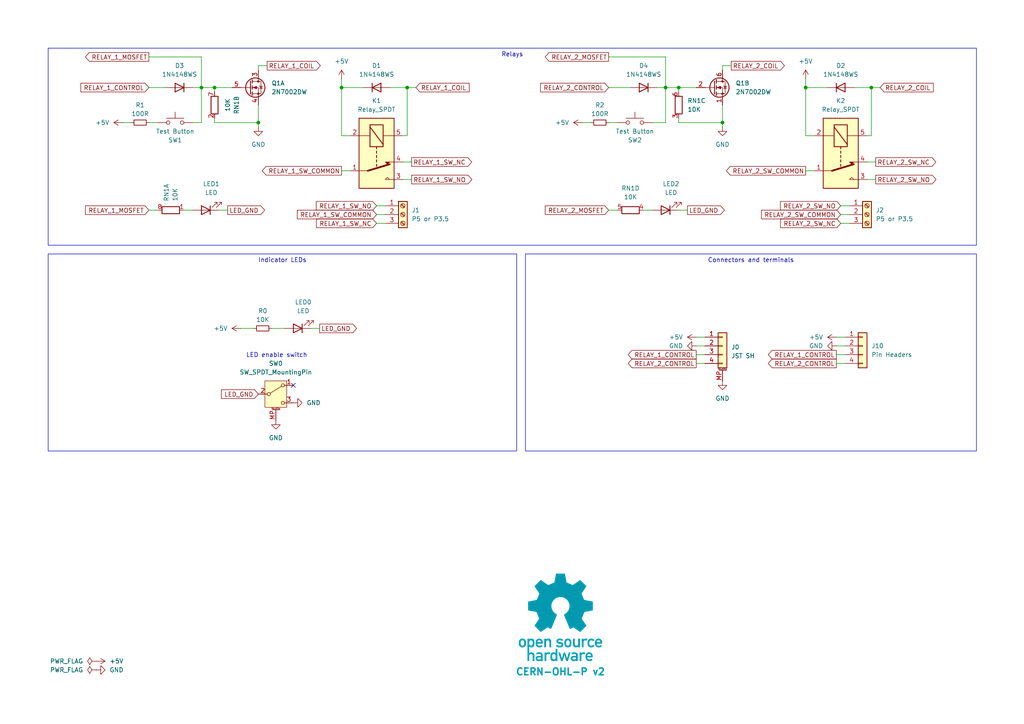
<source format=kicad_sch>
(kicad_sch (version 20231120) (generator "eeschema") (generator_version "8.0")
  (paper "A4")
  (lib_symbols
    (symbol "Connector:Screw_Terminal_01x03" (pin_names (offset 1.016) hide)
      (property "Reference" "J" (at 0 5.08 0))
      (property "Value" "Screw_Terminal_01x03" (at 0 -5.08 0))
      (symbol "Screw_Terminal_01x03_1_1"
        (rectangle (start -1.27 3.81) (end 1.27 -3.81) (stroke (width 0.254)) (fill (type background)))
        (circle (center 0 -2.54) (radius 0.635) (stroke (width 0.1524)))
        (polyline (pts (xy -0.5334 -2.2098) (xy 0.3302 -3.048)) (stroke (width 0.1524)))
        (polyline (pts (xy -0.5334 0.3302) (xy 0.3302 -0.508)) (stroke (width 0.1524)))
        (polyline (pts (xy -0.5334 2.8702) (xy 0.3302 2.032)) (stroke (width 0.1524)))
        (polyline (pts (xy -0.3556 -2.032) (xy 0.508 -2.8702)) (stroke (width 0.1524)))
        (polyline (pts (xy -0.3556 0.508) (xy 0.508 -0.3302)) (stroke (width 0.1524)))
        (polyline (pts (xy -0.3556 3.048) (xy 0.508 2.2098)) (stroke (width 0.1524)))
        (circle (center 0 0) (radius 0.635) (stroke (width 0.1524)))
        (circle (center 0 2.54) (radius 0.635) (stroke (width 0.1524)))
        (pin passive line (at -5.08 2.54 0) (length 3.81) (name "Pin_1") (number "1"))
        (pin passive line (at -5.08 0 0) (length 3.81) (name "Pin_2") (number "2"))
        (pin passive line (at -5.08 -2.54 0) (length 3.81) (name "Pin_3") (number "3"))
      )
    )
    (symbol "Connector_Generic:Conn_01x04" (pin_names (offset 1.016) hide)
      (property "Reference" "J" (at 0 5.08 0))
      (property "Value" "Conn_01x04" (at 0 -7.62 0))
      (symbol "Conn_01x04_1_1"
        (rectangle (start -1.27 -4.953) (end 0 -5.207) (stroke (width 0.1524)))
        (rectangle (start -1.27 -2.413) (end 0 -2.667) (stroke (width 0.1524)))
        (rectangle (start -1.27 0.127) (end 0 -0.127) (stroke (width 0.1524)))
        (rectangle (start -1.27 2.667) (end 0 2.413) (stroke (width 0.1524)))
        (rectangle (start -1.27 3.81) (end 1.27 -6.35) (stroke (width 0.254)) (fill (type background)))
        (pin passive line (at -5.08 2.54 0) (length 3.81) (name "Pin_1") (number "1"))
        (pin passive line (at -5.08 0 0) (length 3.81) (name "Pin_2") (number "2"))
        (pin passive line (at -5.08 -2.54 0) (length 3.81) (name "Pin_3") (number "3"))
        (pin passive line (at -5.08 -5.08 0) (length 3.81) (name "Pin_4") (number "4"))
      )
    )
    (symbol "Connector_Generic_MountingPin:Conn_01x04_MountingPin" (pin_names (offset 1.016) hide)
      (property "Reference" "J" (at 0 5.08 0))
      (property "Value" "Conn_01x04_MountingPin" (at 1.27 -7.62 0))
      (symbol "Conn_01x04_MountingPin_1_1"
        (rectangle (start -1.27 -4.953) (end 0 -5.207) (stroke (width 0.1524)))
        (rectangle (start -1.27 -2.413) (end 0 -2.667) (stroke (width 0.1524)))
        (rectangle (start -1.27 0.127) (end 0 -0.127) (stroke (width 0.1524)))
        (rectangle (start -1.27 2.667) (end 0 2.413) (stroke (width 0.1524)))
        (rectangle (start -1.27 3.81) (end 1.27 -6.35) (stroke (width 0.254)) (fill (type background)))
        (polyline (pts (xy -1.016 -7.112) (xy 1.016 -7.112)) (stroke (width 0.1524)))
        (text "Mounting" (at 0 -6.731 0) (effects (font (size 0.381 0.381))))
        (pin passive line (at -5.08 2.54 0) (length 3.81) (name "Pin_1") (number "1"))
        (pin passive line (at -5.08 0 0) (length 3.81) (name "Pin_2") (number "2"))
        (pin passive line (at -5.08 -2.54 0) (length 3.81) (name "Pin_3") (number "3"))
        (pin passive line (at -5.08 -5.08 0) (length 3.81) (name "Pin_4") (number "4"))
        (pin passive line (at 0 -10.16 90) (length 3.048) (name "MountPin") (number "MP"))
      )
    )
    (symbol "Device:LED" (pin_numbers hide) (pin_names (offset 1.016) hide)
      (property "Reference" "D" (at 0 2.54 0))
      (property "Value" "LED" (at 0 -2.54 0))
      (symbol "LED_0_1"
        (polyline (pts (xy -1.27 -1.27) (xy -1.27 1.27)) (stroke (width 0.254)))
        (polyline (pts (xy -1.27 0) (xy 1.27 0)))
        (polyline (pts (xy 1.27 -1.27) (xy 1.27 1.27) (xy -1.27 0) (xy 1.27 -1.27)) (stroke (width 0.254)))
        (polyline (pts (xy -3.048 -0.762) (xy -4.572 -2.286) (xy -3.81 -2.286) (xy -4.572 -2.286) (xy -4.572 -1.524)))
        (polyline (pts (xy -1.778 -0.762) (xy -3.302 -2.286) (xy -2.54 -2.286) (xy -3.302 -2.286) (xy -3.302 -1.524)))
      )
      (symbol "LED_1_1"
        (pin passive line (at -3.81 0 0) (length 2.54) (name "K") (number "1"))
        (pin passive line (at 3.81 0 180) (length 2.54) (name "A") (number "2"))
      )
    )
    (symbol "Device:R_Pack04_Split" (pin_names (offset 0) hide)
      (property "Reference" "RN" (at 2.032 0 90))
      (property "Value" "R_Pack04_Split" (at 0 0 90))
      (symbol "R_Pack04_Split_0_1"
        (rectangle (start 1.016 2.54) (end -1.016 -2.54) (stroke (width 0.254)))
      )
      (symbol "R_Pack04_Split_1_1"
        (pin passive line (at 0 -3.81 90) (length 1.27) (name "R1.1") (number "1"))
        (pin passive line (at 0 3.81 270) (length 1.27) (name "R1.2") (number "8"))
      )
      (symbol "R_Pack04_Split_2_1"
        (pin passive line (at 0 -3.81 90) (length 1.27) (name "R2.1") (number "2"))
        (pin passive line (at 0 3.81 270) (length 1.27) (name "R2.2") (number "7"))
      )
      (symbol "R_Pack04_Split_3_1"
        (pin passive line (at 0 -3.81 90) (length 1.27) (name "R3.1") (number "3"))
        (pin passive line (at 0 3.81 270) (length 1.27) (name "R3.2") (number "6"))
      )
      (symbol "R_Pack04_Split_4_1"
        (pin passive line (at 0 -3.81 90) (length 1.27) (name "R4.1") (number "4"))
        (pin passive line (at 0 3.81 270) (length 1.27) (name "R4.2") (number "5"))
      )
    )
    (symbol "Device:R_Small" (pin_numbers hide) (pin_names (offset 0.254) hide)
      (property "Reference" "R" (at 0.762 0.508 0))
      (property "Value" "R_Small" (at 0.762 -1.016 0))
      (symbol "R_Small_0_1"
        (rectangle (start -0.762 1.778) (end 0.762 -1.778) (stroke (width 0.2032)))
      )
      (symbol "R_Small_1_1"
        (pin passive line (at 0 2.54 270) (length 0.762) (name "~") (number "1"))
        (pin passive line (at 0 -2.54 90) (length 0.762) (name "~") (number "2"))
      )
    )
    (symbol "Diode:1N4148WS" (pin_numbers hide) (pin_names hide)
      (property "Reference" "D" (at 0 2.54 0))
      (property "Value" "1N4148WS" (at 0 -2.54 0))
      (symbol "1N4148WS_0_1"
        (polyline (pts (xy -1.27 1.27) (xy -1.27 -1.27)) (stroke (width 0.254)))
        (polyline (pts (xy 1.27 0) (xy -1.27 0)))
        (polyline (pts (xy 1.27 1.27) (xy 1.27 -1.27) (xy -1.27 0) (xy 1.27 1.27)) (stroke (width 0.254)))
      )
      (symbol "1N4148WS_1_1"
        (pin passive line (at -3.81 0 0) (length 2.54) (name "K") (number "1"))
        (pin passive line (at 3.81 0 180) (length 2.54) (name "A") (number "2"))
      )
    )
    (symbol "Relay:SANYOU_SRD_Form_C"
      (property "Reference" "K" (at 11.43 3.81 0))
      (property "Value" "SANYOU_SRD_Form_C" (at 11.43 1.27 0))
      (symbol "SANYOU_SRD_Form_C_0_0"
        (polyline (pts (xy 7.62 5.08) (xy 7.62 2.54) (xy 6.985 3.175) (xy 7.62 3.81)))
      )
      (symbol "SANYOU_SRD_Form_C_0_1"
        (rectangle (start -10.16 5.08) (end 10.16 -5.08) (stroke (width 0.254)) (fill (type background)))
        (rectangle (start -8.255 1.905) (end -1.905 -1.905) (stroke (width 0.254)))
        (polyline (pts (xy -7.62 -1.905) (xy -2.54 1.905)) (stroke (width 0.254)))
        (polyline (pts (xy -5.08 -5.08) (xy -5.08 -1.905)))
        (polyline (pts (xy -5.08 5.08) (xy -5.08 1.905)))
        (polyline (pts (xy -1.905 0) (xy -1.27 0)) (stroke (width 0.254)))
        (polyline (pts (xy -0.635 0) (xy 0 0)) (stroke (width 0.254)))
        (polyline (pts (xy 0.635 0) (xy 1.27 0)) (stroke (width 0.254)))
        (polyline (pts (xy 1.905 0) (xy 2.54 0)) (stroke (width 0.254)))
        (polyline (pts (xy 3.175 0) (xy 3.81 0)) (stroke (width 0.254)))
        (polyline (pts (xy 5.08 -2.54) (xy 3.175 3.81)) (stroke (width 0.508)))
        (polyline (pts (xy 5.08 -2.54) (xy 5.08 -5.08)))
      )
      (symbol "SANYOU_SRD_Form_C_1_1"
        (polyline (pts (xy 2.54 3.81) (xy 3.175 3.175) (xy 2.54 2.54) (xy 2.54 5.08)) (fill (type outline)))
        (pin passive line (at 5.08 -7.62 90) (length 2.54) (name "~") (number "1"))
        (pin passive line (at -5.08 -7.62 90) (length 2.54) (name "~") (number "2"))
        (pin passive line (at 7.62 7.62 270) (length 2.54) (name "~") (number "3"))
        (pin passive line (at 2.54 7.62 270) (length 2.54) (name "~") (number "4"))
        (pin passive line (at -5.08 7.62 270) (length 2.54) (name "~") (number "5"))
      )
    )
    (symbol "Switch:SW_Push" (pin_numbers hide) (pin_names (offset 1.016) hide)
      (property "Reference" "SW" (at 1.27 2.54 0))
      (property "Value" "SW_Push" (at 0 -1.524 0))
      (symbol "SW_Push_0_1"
        (circle (center -2.032 0) (radius 0.508))
        (polyline (pts (xy 0 1.27) (xy 0 3.048)))
        (polyline (pts (xy 2.54 1.27) (xy -2.54 1.27)))
        (circle (center 2.032 0) (radius 0.508))
        (pin passive line (at -5.08 0 0) (length 2.54) (name "1") (number "1"))
        (pin passive line (at 5.08 0 180) (length 2.54) (name "2") (number "2"))
      )
    )
    (symbol "custom:SW_SPDT_MountingPin" (pin_names (offset 0) hide)
      (property "Reference" "SW" (at 0 5.08 0))
      (property "Value" "SW_SPDT_MountingPin" (at 0 -5.08 0))
      (symbol "SW_SPDT_MountingPin_0_1"
        (circle (center -2.032 0) (radius 0.4572))
        (polyline (pts (xy -1.651 0.254) (xy 1.651 2.286)))
        (circle (center 2.032 -2.54) (radius 0.4572))
        (circle (center 2.032 2.54) (radius 0.4572))
      )
      (symbol "SW_SPDT_MountingPin_1_1"
        (rectangle (start -3.175 3.81) (end 3.175 -3.81) (fill (type background)))
        (polyline (pts (xy -1.016 -4.572) (xy 1.016 -4.572)) (stroke (width 0.1524)))
        (text "Mounting" (at 0 -4.191 0) (effects (font (size 0.381 0.381))))
        (pin passive line (at 5.08 2.54 180) (length 2.54) (name "A") (number "1"))
        (pin passive line (at -5.08 0 0) (length 2.54) (name "B") (number "2"))
        (pin passive line (at 5.08 -2.54 180) (length 2.54) (name "C") (number "3"))
        (pin passive line (at 0 -7.62 90) (length 3.048) (name "MountPin") (number "MP"))
      )
    )
    (symbol "lcsc:2N7002DW" (pin_names hide)
      (property "Reference" "Q" (at 5.08 1.905 0))
      (property "Value" "2N7002DW" (at 5.08 0 0))
      (symbol "2N7002DW_0_1"
        (polyline (pts (xy 0.254 0) (xy -2.54 0)))
        (polyline (pts (xy 0.254 1.905) (xy 0.254 -1.905)) (stroke (width 0.254)))
        (polyline (pts (xy 0.762 -1.27) (xy 0.762 -2.286)) (stroke (width 0.254)))
        (polyline (pts (xy 0.762 0.508) (xy 0.762 -0.508)) (stroke (width 0.254)))
        (polyline (pts (xy 0.762 2.286) (xy 0.762 1.27)) (stroke (width 0.254)))
        (polyline (pts (xy 2.54 2.54) (xy 2.54 1.778)))
        (polyline (pts (xy 2.54 -2.54) (xy 2.54 0) (xy 0.762 0)))
        (polyline (pts (xy 0.762 -1.778) (xy 3.302 -1.778) (xy 3.302 1.778) (xy 0.762 1.778)))
        (polyline (pts (xy 1.016 0) (xy 2.032 0.381) (xy 2.032 -0.381) (xy 1.016 0)) (fill (type outline)))
        (polyline (pts (xy 2.794 0.508) (xy 2.921 0.381) (xy 3.683 0.381) (xy 3.81 0.254)))
        (polyline (pts (xy 3.302 0.381) (xy 2.921 -0.254) (xy 3.683 -0.254) (xy 3.302 0.381)))
        (circle (center 1.651 0) (radius 2.794) (stroke (width 0.254)))
        (circle (center 2.54 -1.778) (radius 0.254) (fill (type outline)))
        (circle (center 2.54 1.778) (radius 0.254) (fill (type outline)))
      )
      (symbol "2N7002DW_1_1"
        (pin passive line (at 2.54 5.08 270) (length 2.54) (name "D") (number "3"))
        (pin passive line (at 2.54 -5.08 90) (length 2.54) (name "S") (number "4"))
        (pin input line (at -5.08 0 0) (length 2.54) (name "G") (number "5"))
      )
      (symbol "2N7002DW_2_1"
        (pin passive line (at 2.54 -5.08 90) (length 2.54) (name "S") (number "1"))
        (pin input line (at -5.08 0 0) (length 2.54) (name "G") (number "2"))
        (pin passive line (at 2.54 5.08 270) (length 2.54) (name "D") (number "6"))
      )
    )
    (symbol "power:+5V" (power) (pin_numbers hide) (pin_names (offset 0) hide)
      (property "Value" "+5V" (at 0 3.556 0))
      (symbol "+5V_0_1"
        (polyline (pts (xy -0.762 1.27) (xy 0 2.54)))
        (polyline (pts (xy 0 0) (xy 0 2.54)))
        (polyline (pts (xy 0 2.54) (xy 0.762 1.27)))
      )
      (symbol "+5V_1_1"
        (pin power_in line (at 0 0 90) (length 0) (name "~") (number "1"))
      )
    )
    (symbol "power:GND" (power) (pin_numbers hide) (pin_names (offset 0) hide)
      (property "Value" "GND" (at 0 -3.81 0))
      (symbol "GND_0_1"
        (polyline (pts (xy 0 0) (xy 0 -1.27) (xy 1.27 -1.27) (xy 0 -2.54) (xy -1.27 -1.27) (xy 0 -1.27)))
      )
      (symbol "GND_1_1"
        (pin power_in line (at 0 0 270) (length 0) (name "~") (number "1"))
      )
    )
    (symbol "power:PWR_FLAG" (power) (pin_numbers hide) (pin_names (offset 0) hide)
      (property "Value" "PWR_FLAG" (at 0 3.81 0))
      (symbol "PWR_FLAG_0_0"
        (pin power_out line (at 0 0 90) (length 0) (name "~") (number "1"))
      )
      (symbol "PWR_FLAG_0_1"
        (polyline (pts (xy 0 0) (xy 0 1.27) (xy -1.016 1.905) (xy 0 2.54) (xy 1.016 1.905) (xy 0 1.27)))
      )
    )
    (symbol "power:VCC" (power) (pin_numbers hide) (pin_names (offset 0) hide)
      (property "Value" "VCC" (at 0 3.556 0))
      (symbol "VCC_0_1"
        (polyline (pts (xy -0.762 1.27) (xy 0 2.54)))
        (polyline (pts (xy 0 0) (xy 0 2.54)))
        (polyline (pts (xy 0 2.54) (xy 0.762 1.27)))
      )
      (symbol "VCC_1_1"
        (pin power_in line (at 0 0 90) (length 0) (name "~") (number "1"))
      )
    )
  )
  (junction (at 209.55 35.56))
  (junction (at 74.93 35.56))
  (junction (at 193.04 25.4))
  (junction (at 99.06 25.4))
  (junction (at 118.11 25.4))
  (junction (at 62.23 25.4))
  (junction (at 58.42 25.4))
  (junction (at 233.68 25.4))
  (junction (at 252.73 25.4))
  (junction (at 196.85 25.4))
  (no_connect (at 85.09 111.76))
  (wire (pts (xy 176.53 16.51) (xy 193.04 16.51)))
  (wire (pts (xy 254 52.07) (xy 251.46 52.07)))
  (wire (pts (xy 78.74 95.25) (xy 82.55 95.25)))
  (wire (pts (xy 113.03 25.4) (xy 118.11 25.4)))
  (wire (pts (xy 43.18 25.4) (xy 48.26 25.4)))
  (wire (pts (xy 116.84 46.99) (xy 119.38 46.99)))
  (wire (pts (xy 209.55 19.05) (xy 209.55 20.32)))
  (wire (pts (xy 245.11 97.79) (xy 242.57 97.79)))
  (wire (pts (xy 190.5 25.4) (xy 193.04 25.4)))
  (wire (pts (xy 55.88 25.4) (xy 58.42 25.4)))
  (wire (pts (xy 209.55 30.48) (xy 209.55 35.56)))
  (wire (pts (xy 58.42 25.4) (xy 62.23 25.4)))
  (wire (pts (xy 193.04 35.56) (xy 193.04 25.4)))
  (wire (pts (xy 242.57 105.41) (xy 245.11 105.41)))
  (wire (pts (xy 118.11 25.4) (xy 118.11 39.37)))
  (wire (pts (xy 196.85 35.56) (xy 209.55 35.56)))
  (wire (pts (xy 43.18 35.56) (xy 45.72 35.56)))
  (wire (pts (xy 196.85 35.56) (xy 196.85 34.29)))
  (wire (pts (xy 204.47 100.33) (xy 201.93 100.33)))
  (wire (pts (xy 243.84 62.23) (xy 246.38 62.23)))
  (wire (pts (xy 193.04 16.51) (xy 193.04 25.4)))
  (wire (pts (xy 199.39 60.96) (xy 196.85 60.96)))
  (wire (pts (xy 168.91 35.56) (xy 171.45 35.56)))
  (wire (pts (xy 62.23 25.4) (xy 67.31 25.4)))
  (wire (pts (xy 74.93 30.48) (xy 74.93 35.56)))
  (wire (pts (xy 233.68 49.53) (xy 236.22 49.53)))
  (wire (pts (xy 43.18 60.96) (xy 45.72 60.96)))
  (wire (pts (xy 109.22 64.77) (xy 111.76 64.77)))
  (wire (pts (xy 53.34 60.96) (xy 55.88 60.96)))
  (wire (pts (xy 201.93 105.41) (xy 204.47 105.41)))
  (wire (pts (xy 99.06 49.53) (xy 101.6 49.53)))
  (wire (pts (xy 62.23 35.56) (xy 62.23 34.29)))
  (wire (pts (xy 58.42 35.56) (xy 58.42 25.4)))
  (wire (pts (xy 74.93 35.56) (xy 74.93 36.83)))
  (wire (pts (xy 209.55 35.56) (xy 209.55 36.83)))
  (wire (pts (xy 35.56 35.56) (xy 38.1 35.56)))
  (wire (pts (xy 62.23 25.4) (xy 62.23 26.67)))
  (wire (pts (xy 119.38 52.07) (xy 116.84 52.07)))
  (wire (pts (xy 109.22 59.69) (xy 111.76 59.69)))
  (wire (pts (xy 99.06 25.4) (xy 105.41 25.4)))
  (wire (pts (xy 252.73 25.4) (xy 255.27 25.4)))
  (wire (pts (xy 92.71 95.25) (xy 90.17 95.25)))
  (wire (pts (xy 252.73 39.37) (xy 251.46 39.37)))
  (wire (pts (xy 247.65 25.4) (xy 252.73 25.4)))
  (wire (pts (xy 118.11 25.4) (xy 120.65 25.4)))
  (wire (pts (xy 99.06 22.86) (xy 99.06 25.4)))
  (wire (pts (xy 251.46 46.99) (xy 254 46.99)))
  (wire (pts (xy 233.68 39.37) (xy 233.68 25.4)))
  (wire (pts (xy 99.06 39.37) (xy 99.06 25.4)))
  (wire (pts (xy 204.47 97.79) (xy 201.93 97.79)))
  (wire (pts (xy 245.11 100.33) (xy 242.57 100.33)))
  (wire (pts (xy 43.18 16.51) (xy 58.42 16.51)))
  (wire (pts (xy 69.85 95.25) (xy 73.66 95.25)))
  (wire (pts (xy 176.53 35.56) (xy 179.07 35.56)))
  (wire (pts (xy 196.85 25.4) (xy 196.85 26.67)))
  (wire (pts (xy 193.04 25.4) (xy 196.85 25.4)))
  (wire (pts (xy 196.85 25.4) (xy 201.93 25.4)))
  (wire (pts (xy 233.68 22.86) (xy 233.68 25.4)))
  (wire (pts (xy 74.93 19.05) (xy 74.93 20.32)))
  (wire (pts (xy 118.11 39.37) (xy 116.84 39.37)))
  (wire (pts (xy 243.84 59.69) (xy 246.38 59.69)))
  (wire (pts (xy 245.11 102.87) (xy 242.57 102.87)))
  (wire (pts (xy 62.23 35.56) (xy 74.93 35.56)))
  (wire (pts (xy 176.53 60.96) (xy 179.07 60.96)))
  (wire (pts (xy 243.84 64.77) (xy 246.38 64.77)))
  (wire (pts (xy 186.69 60.96) (xy 189.23 60.96)))
  (wire (pts (xy 77.47 19.05) (xy 74.93 19.05)))
  (wire (pts (xy 189.23 35.56) (xy 193.04 35.56)))
  (wire (pts (xy 109.22 62.23) (xy 111.76 62.23)))
  (wire (pts (xy 55.88 35.56) (xy 58.42 35.56)))
  (wire (pts (xy 252.73 25.4) (xy 252.73 39.37)))
  (wire (pts (xy 233.68 25.4) (xy 240.03 25.4)))
  (wire (pts (xy 101.6 39.37) (xy 99.06 39.37)))
  (wire (pts (xy 204.47 102.87) (xy 201.93 102.87)))
  (wire (pts (xy 58.42 16.51) (xy 58.42 25.4)))
  (wire (pts (xy 236.22 39.37) (xy 233.68 39.37)))
  (wire (pts (xy 212.09 19.05) (xy 209.55 19.05)))
  (wire (pts (xy 66.04 60.96) (xy 63.5 60.96)))
  (wire (pts (xy 176.53 25.4) (xy 182.88 25.4)))
  (image (at 162.56 179.07) (scale 0.37481))
  (text_box "Indicator LEDs" (at 13.97 73.66 0) (size 135.89 57.15) (effects (font (size 1.27 1.27)) (justify top)))
  (text_box "Relays" (at 13.97 13.97 0) (size 269.24 57.15) (effects (font (size 1.27 1.27)) (justify top)))
  (text_box "Connectors and terminals" (at 152.4 73.66 0) (size 130.81 57.15) (effects (font (size 1.27 1.27)) (justify top)))
  (text "CERN-OHL-P v2" (at 162.56 195.072 0) (effects (font (size 2 2) (thickness 0.4) (bold yes))))
  (text "LED enable switch" (at 80.264 103.124 0) (effects (font (size 1.27 1.27))))
  (global_label "RELAY_2_MOSFET" (shape input) (at 176.53 60.96 180) (property "Intersheetrefs" "${INTERSHEET_REFS}" (effects (hide yes))))
  (global_label "RELAY_2_COIL" (shape input) (at 255.27 25.4 0) (property "Intersheetrefs" "${INTERSHEET_REFS}" (effects (hide yes))))
  (global_label "RELAY_1_CONTROL" (shape output) (at 201.93 102.87 180) (property "Intersheetrefs" "${INTERSHEET_REFS}" (effects (hide yes))))
  (global_label "RELAY_2_SW_COMMON" (shape input) (at 243.84 62.23 180) (property "Intersheetrefs" "${INTERSHEET_REFS}" (effects (hide yes))))
  (global_label "RELAY_1_CONTROL" (shape input) (at 43.18 25.4 180) (property "Intersheetrefs" "${INTERSHEET_REFS}" (effects (hide yes))))
  (global_label "LED_GND" (shape input) (at 74.93 114.3 180) (property "Intersheetrefs" "${INTERSHEET_REFS}" (effects (hide yes))))
  (global_label "LED_GND" (shape output) (at 92.71 95.25 0) (property "Intersheetrefs" "${INTERSHEET_REFS}" (effects (hide yes))))
  (global_label "RELAY_1_SW_NO" (shape output) (at 119.38 52.07 0) (property "Intersheetrefs" "${INTERSHEET_REFS}" (effects (hide yes))))
  (global_label "RELAY_1_SW_COMMON" (shape input) (at 109.22 62.23 180) (property "Intersheetrefs" "${INTERSHEET_REFS}" (effects (hide yes))))
  (global_label "RELAY_2_SW_COMMON" (shape output) (at 233.68 49.53 180) (property "Intersheetrefs" "${INTERSHEET_REFS}" (effects (hide yes))))
  (global_label "RELAY_1_MOSFET" (shape input) (at 43.18 60.96 180) (property "Intersheetrefs" "${INTERSHEET_REFS}" (effects (hide yes))))
  (global_label "RELAY_1_SW_NC" (shape input) (at 109.22 64.77 180) (property "Intersheetrefs" "${INTERSHEET_REFS}" (effects (hide yes))))
  (global_label "RELAY_2_SW_NC" (shape output) (at 254 46.99 0) (property "Intersheetrefs" "${INTERSHEET_REFS}" (effects (hide yes))))
  (global_label "RELAY_2_SW_NC" (shape input) (at 243.84 64.77 180) (property "Intersheetrefs" "${INTERSHEET_REFS}" (effects (hide yes))))
  (global_label "RELAY_2_CONTROL" (shape input) (at 176.53 25.4 180) (property "Intersheetrefs" "${INTERSHEET_REFS}" (effects (hide yes))))
  (global_label "RELAY_2_CONTROL" (shape output) (at 242.57 105.41 180) (property "Intersheetrefs" "${INTERSHEET_REFS}" (effects (hide yes))))
  (global_label "LED_GND" (shape output) (at 199.39 60.96 0) (property "Intersheetrefs" "${INTERSHEET_REFS}" (effects (hide yes))))
  (global_label "LED_GND" (shape output) (at 66.04 60.96 0) (property "Intersheetrefs" "${INTERSHEET_REFS}" (effects (hide yes))))
  (global_label "RELAY_1_SW_NO" (shape input) (at 109.22 59.69 180) (property "Intersheetrefs" "${INTERSHEET_REFS}" (effects (hide yes))))
  (global_label "RELAY_2_CONTROL" (shape output) (at 201.93 105.41 180) (property "Intersheetrefs" "${INTERSHEET_REFS}" (effects (hide yes))))
  (global_label "RELAY_1_COIL" (shape output) (at 77.47 19.05 0) (property "Intersheetrefs" "${INTERSHEET_REFS}" (effects (hide yes))))
  (global_label "RELAY_2_COIL" (shape output) (at 212.09 19.05 0) (property "Intersheetrefs" "${INTERSHEET_REFS}" (effects (hide yes))))
  (global_label "RELAY_2_SW_NO" (shape input) (at 243.84 59.69 180) (property "Intersheetrefs" "${INTERSHEET_REFS}" (effects (hide yes))))
  (global_label "RELAY_1_MOSFET" (shape output) (at 43.18 16.51 180) (property "Intersheetrefs" "${INTERSHEET_REFS}" (effects (hide yes))))
  (global_label "RELAY_2_MOSFET" (shape output) (at 176.53 16.51 180) (property "Intersheetrefs" "${INTERSHEET_REFS}" (effects (hide yes))))
  (global_label "RELAY_1_SW_NC" (shape output) (at 119.38 46.99 0) (property "Intersheetrefs" "${INTERSHEET_REFS}" (effects (hide yes))))
  (global_label "RELAY_1_SW_COMMON" (shape output) (at 99.06 49.53 180) (property "Intersheetrefs" "${INTERSHEET_REFS}" (effects (hide yes))))
  (global_label "RELAY_1_CONTROL" (shape output) (at 242.57 102.87 180) (property "Intersheetrefs" "${INTERSHEET_REFS}" (effects (hide yes))))
  (global_label "RELAY_1_COIL" (shape input) (at 120.65 25.4 0) (property "Intersheetrefs" "${INTERSHEET_REFS}" (effects (hide yes))))
  (global_label "RELAY_2_SW_NO" (shape output) (at 254 52.07 0) (property "Intersheetrefs" "${INTERSHEET_REFS}" (effects (hide yes))))
  (symbol (lib_id "Connector_Generic:Conn_01x04") (at 250.19 100.33 0) (unit 1)
    (property "Reference" "J10" (at 252.73 100.3299 0) (effects (justify left)))
    (property "Value" "Pin Headers" (at 252.73 102.8699 0) (effects (justify left)))
    (property "Footprint" "custom:PinHeader_1x04_P2.54mm_Vertical_simple_pad2gnd" (effects (hide yes)))
    (property "Description" "Generic connector, single row, 01x04, script generated (kicad-library-utils/schlib/autogen/connector/)" (effects (hide yes)))
  )
  (symbol (lib_id "Relay:SANYOU_SRD_Form_C") (at 243.84 44.45 270) (unit 1)
    (property "Reference" "K2" (at 243.84 29.21 90))
    (property "Value" "Relay_SPDT" (at 243.84 31.75 90))
    (property "Footprint" "Relay_THT:Relay_SPDT_SANYOU_SRD_Series_Form_C" (effects (hide yes)))
    (property "Datasheet" "http://www.sanyourelay.ca/public/products/pdf/SRD.pdf" (effects (hide yes)))
    (property "Description" "Sanyo SRD relay, Single Pole Miniature Power Relay," (effects (hide yes)))
  )
  (symbol (lib_id "power:GND") (at 80.01 121.92 0) (unit 1)
    (property "Reference" "#PWR016" (effects (hide yes)))
    (property "Value" "GND" (at 80.01 127 0))
    (property "Description" "Power symbol creates a global label with name \"GND\" , ground" (effects (hide yes)))
  )
  (symbol (lib_id "Device:R_Small") (at 173.99 35.56 270) (unit 1)
    (property "Reference" "R2" (at 173.99 30.48 90))
    (property "Value" "100R" (at 173.99 33.02 90))
    (property "Footprint" "Resistor_SMD:R_0805_2012Metric_Pad1.20x1.40mm_HandSolder" (effects (hide yes)))
    (property "Description" "Resistor, small symbol" (effects (hide yes)))
  )
  (symbol (lib_id "Device:R_Pack04_Split") (at 49.53 60.96 90) (unit 1)
    (property "Reference" "RN1" (at 48.2599 58.42 0) (effects (justify left)))
    (property "Value" "10K" (at 50.7999 58.42 0) (effects (justify left)))
    (property "Footprint" "Resistor_SMD:R_Array_Convex_4x0603" (effects (hide yes)))
    (property "Description" "4 resistor network, parallel topology, split" (effects (hide yes)))
  )
  (symbol (lib_id "Device:LED") (at 59.69 60.96 180) (unit 1)
    (property "Reference" "LED1" (at 61.2775 53.34 0))
    (property "Value" "LED" (at 61.2775 55.88 0))
    (property "Footprint" "custom:LED_0805_2012Metric_Pad1.15x1.40mm_HandSolder_simple" (effects (hide yes)))
    (property "Description" "Light emitting diode" (effects (hide yes)))
  )
  (symbol (lib_id "power:+5V") (at 233.68 22.86 0) (unit 1)
    (property "Reference" "#PWR012" (effects (hide yes)))
    (property "Value" "+5V" (at 233.68 17.78 0))
    (property "Description" "Power symbol creates a global label with name \"+5V\"" (effects (hide yes)))
  )
  (symbol (lib_id "Diode:1N4148WS") (at 186.69 25.4 180) (unit 1)
    (property "Reference" "D4" (at 186.69 19.05 0))
    (property "Value" "1N4148WS" (at 186.69 21.59 0))
    (property "Footprint" "custom:D_SOD-323_HandSoldering_simple" (effects (hide yes)))
    (property "Datasheet" "https://www.vishay.com/docs/85751/1n4148ws.pdf" (effects (hide yes)))
    (property "Description" "75V 0.15A Fast switching Diode, SOD-323" (effects (hide yes)))
    (property "Sim.Device" "D" (effects (hide yes)))
    (property "Sim.Pins" "1=K 2=A" (effects (hide yes)))
  )
  (symbol (lib_id "Device:R_Small") (at 76.2 95.25 90) (unit 1)
    (property "Reference" "R0" (at 76.2 90.17 90))
    (property "Value" "10K" (at 76.2 92.71 90))
    (property "Footprint" "Resistor_SMD:R_0805_2012Metric_Pad1.20x1.40mm_HandSolder" (effects (hide yes)))
    (property "Description" "Resistor, small symbol" (effects (hide yes)))
  )
  (symbol (lib_id "power:GND") (at 85.09 116.84 90) (unit 1)
    (property "Reference" "#PWR07" (effects (hide yes)))
    (property "Value" "GND" (at 88.9 116.8399 90) (effects (justify right)))
    (property "Description" "Power symbol creates a global label with name \"GND\" , ground" (effects (hide yes)))
  )
  (symbol (lib_id "Diode:1N4148WS") (at 109.22 25.4 0) (unit 1)
    (property "Reference" "D1" (at 109.22 19.05 0))
    (property "Value" "1N4148WS" (at 109.22 21.59 0))
    (property "Footprint" "custom:D_SOD-323_HandSoldering_simple" (effects (hide yes)))
    (property "Datasheet" "https://www.vishay.com/docs/85751/1n4148ws.pdf" (effects (hide yes)))
    (property "Description" "75V 0.15A Fast switching Diode, SOD-323" (effects (hide yes)))
    (property "Sim.Device" "D" (effects (hide yes)))
    (property "Sim.Pins" "1=K 2=A" (effects (hide yes)))
  )
  (symbol (lib_id "Device:LED") (at 86.36 95.25 180) (unit 1)
    (property "Reference" "LED0" (at 87.9475 87.63 0))
    (property "Value" "LED" (at 87.9475 90.17 0))
    (property "Footprint" "custom:LED_0805_2012Metric_Pad1.15x1.40mm_HandSolder_simple" (effects (hide yes)))
    (property "Description" "Light emitting diode" (effects (hide yes)))
  )
  (symbol (lib_id "power:VCC") (at 27.94 191.77 270) (unit 1)
    (property "Reference" "#PWR01" (effects (hide yes)))
    (property "Value" "+5V" (at 31.75 191.7699 90) (effects (justify left)))
    (property "Description" "Power symbol creates a global label with name \"VCC\"" (effects (hide yes)))
  )
  (symbol (lib_id "Connector:Screw_Terminal_01x03") (at 251.46 62.23 0) (unit 1)
    (property "Reference" "J2" (at 254 60.9599 0) (effects (justify left)))
    (property "Value" "P5 or P3.5" (at 254 63.4999 0) (effects (justify left)))
    (property "Footprint" "custom:Conn_Combo_TerminalBlock_P3.5-P5.08_JST-XH_1x03" (effects (hide yes)))
    (property "Description" "Generic screw terminal, single row, 01x03, script generated (kicad-library-utils/schlib/autogen/connector/)" (effects (hide yes)))
  )
  (symbol (lib_id "power:GND") (at 242.57 100.33 270) (mirror x) (unit 1)
    (property "Reference" "#PWR015" (effects (hide yes)))
    (property "Value" "GND" (at 238.76 100.3299 90) (effects (justify right)))
    (property "Description" "Power symbol creates a global label with name \"GND\" , ground" (effects (hide yes)))
  )
  (symbol (lib_id "lcsc:2N7002DW") (at 72.39 25.4 0) (unit 1)
    (property "Reference" "Q1" (at 78.74 24.1299 0) (effects (justify left)))
    (property "Value" "2N7002DW" (at 78.74 26.6699 0) (effects (justify left)))
    (property "Footprint" "Package_TO_SOT_SMD:SOT-23-6" (effects (hide yes)))
    (property "Datasheet" "https://www.onsemi.com/download/data-sheet/pdf/2n7002dw-d.pdf" (effects (hide yes)))
    (property "Description" "0.115A Id, 60V Vds, Dual N-Channel MOSFET, SOT-23-6" (effects (hide yes)))
    (property "LCSC Part" "C5190214" (effects (hide yes)))
    (property "JLCPCB_CORRECTION" "0; 0; 270" (effects (hide yes)))
  )
  (symbol (lib_id "power:GND") (at 27.94 194.31 90) (unit 1)
    (property "Reference" "#PWR02" (effects (hide yes)))
    (property "Value" "GND" (at 31.75 194.3099 90) (effects (justify right)))
    (property "Description" "Power symbol creates a global label with name \"GND\" , ground" (effects (hide yes)))
  )
  (symbol (lib_id "power:+5V") (at 99.06 22.86 0) (unit 1)
    (property "Reference" "#PWR04" (effects (hide yes)))
    (property "Value" "+5V" (at 99.06 17.78 0))
    (property "Description" "Power symbol creates a global label with name \"+5V\"" (effects (hide yes)))
  )
  (symbol (lib_id "power:GND") (at 74.93 36.83 0) (unit 1)
    (property "Reference" "#PWR03" (effects (hide yes)))
    (property "Value" "GND" (at 74.93 41.91 0))
    (property "Description" "Power symbol creates a global label with name \"GND\" , ground" (effects (hide yes)))
  )
  (symbol (lib_id "Relay:SANYOU_SRD_Form_C") (at 109.22 44.45 270) (unit 1)
    (property "Reference" "K1" (at 109.22 29.21 90))
    (property "Value" "Relay_SPDT" (at 109.22 31.75 90))
    (property "Footprint" "Relay_THT:Relay_SPDT_SANYOU_SRD_Series_Form_C" (effects (hide yes)))
    (property "Datasheet" "http://www.sanyourelay.ca/public/products/pdf/SRD.pdf" (effects (hide yes)))
    (property "Description" "Sanyo SRD relay, Single Pole Miniature Power Relay," (effects (hide yes)))
  )
  (symbol (lib_id "Connector:Screw_Terminal_01x03") (at 116.84 62.23 0) (unit 1)
    (property "Reference" "J1" (at 119.38 60.9599 0) (effects (justify left)))
    (property "Value" "P5 or P3.5" (at 119.38 63.4999 0) (effects (justify left)))
    (property "Footprint" "custom:Conn_Combo_TerminalBlock_P3.5-P5.08_JST-XH_1x03" (effects (hide yes)))
    (property "Description" "Generic screw terminal, single row, 01x03, script generated (kicad-library-utils/schlib/autogen/connector/)" (effects (hide yes)))
  )
  (symbol (lib_id "Connector_Generic_MountingPin:Conn_01x04_MountingPin") (at 209.55 100.33 0) (unit 1)
    (property "Reference" "J0" (at 212.09 100.6855 0) (effects (justify left)))
    (property "Value" "JST SH" (at 212.09 103.2255 0) (effects (justify left)))
    (property "Footprint" "connectors:JST_SH_SM04B-SRSS-TB_1x04-1MP_P1.00mm_Horizontal" (effects (hide yes)))
    (property "Description" "Generic connectable mounting pin connector, single row, 01x04, script generated (kicad-library-utils/schlib/autogen/connector/)" (effects (hide yes)))
  )
  (symbol (lib_id "power:GND") (at 209.55 36.83 0) (unit 1)
    (property "Reference" "#PWR010" (effects (hide yes)))
    (property "Value" "GND" (at 209.55 41.91 0))
    (property "Description" "Power symbol creates a global label with name \"GND\" , ground" (effects (hide yes)))
  )
  (symbol (lib_id "Device:R_Pack04_Split") (at 182.88 60.96 90) (unit 4)
    (property "Reference" "RN1" (at 182.88 54.61 90))
    (property "Value" "10K" (at 182.88 57.15 90))
    (property "Footprint" "Resistor_SMD:R_Array_Convex_4x0603" (effects (hide yes)))
    (property "Description" "4 resistor network, parallel topology, split" (effects (hide yes)))
  )
  (symbol (lib_id "power:PWR_FLAG") (at 27.94 191.77 90) (unit 1)
    (property "Reference" "#FLG01" (effects (hide yes)))
    (property "Value" "PWR_FLAG" (at 24.13 191.7699 90) (effects (justify left)))
    (property "Description" "Special symbol for telling ERC where power comes from" (effects (hide yes)))
  )
  (symbol (lib_id "Device:R_Small") (at 40.64 35.56 270) (unit 1)
    (property "Reference" "R1" (at 40.64 30.48 90))
    (property "Value" "100R" (at 40.64 33.02 90))
    (property "Footprint" "Resistor_SMD:R_0805_2012Metric_Pad1.20x1.40mm_HandSolder" (effects (hide yes)))
    (property "Description" "Resistor, small symbol" (effects (hide yes)))
  )
  (symbol (lib_id "power:+5V") (at 201.93 97.79 90) (unit 1)
    (property "Reference" "#PWR05" (effects (hide yes)))
    (property "Value" "+5V" (at 198.12 97.7899 90) (effects (justify left)))
    (property "Description" "Power symbol creates a global label with name \"+5V\"" (effects (hide yes)))
  )
  (symbol (lib_id "power:GND") (at 209.55 110.49 0) (mirror y) (unit 1)
    (property "Reference" "#PWR013" (effects (hide yes)))
    (property "Value" "GND" (at 209.55 115.57 0))
    (property "Description" "Power symbol creates a global label with name \"GND\" , ground" (effects (hide yes)))
  )
  (symbol (lib_id "Device:R_Pack04_Split") (at 62.23 30.48 0) (unit 2)
    (property "Reference" "RN1" (at 68.58 30.48 90))
    (property "Value" "10K" (at 66.04 30.48 90))
    (property "Footprint" "Resistor_SMD:R_Array_Convex_4x0603" (effects (hide yes)))
    (property "Description" "4 resistor network, parallel topology, split" (effects (hide yes)))
  )
  (symbol (lib_id "power:GND") (at 201.93 100.33 270) (mirror x) (unit 1)
    (property "Reference" "#PWR06" (effects (hide yes)))
    (property "Value" "GND" (at 198.12 100.3299 90) (effects (justify right)))
    (property "Description" "Power symbol creates a global label with name \"GND\" , ground" (effects (hide yes)))
  )
  (symbol (lib_id "Diode:1N4148WS") (at 243.84 25.4 0) (unit 1)
    (property "Reference" "D2" (at 243.84 19.05 0))
    (property "Value" "1N4148WS" (at 243.84 21.59 0))
    (property "Footprint" "custom:D_SOD-323_HandSoldering_simple" (effects (hide yes)))
    (property "Datasheet" "https://www.vishay.com/docs/85751/1n4148ws.pdf" (effects (hide yes)))
    (property "Description" "75V 0.15A Fast switching Diode, SOD-323" (effects (hide yes)))
    (property "Sim.Device" "D" (effects (hide yes)))
    (property "Sim.Pins" "1=K 2=A" (effects (hide yes)))
  )
  (symbol (lib_id "Switch:SW_Push") (at 184.15 35.56 0) (mirror y) (unit 1)
    (property "Reference" "SW2" (at 184.15 40.64 0))
    (property "Value" "Test Button" (at 184.15 38.1 0))
    (property "Footprint" "lcsc:SW-SMD_BZCN_TSA002A35XXX" (effects (hide yes)))
    (property "Description" "Push button switch, generic, two pins" (effects (hide yes)))
  )
  (symbol (lib_id "power:+5V") (at 69.85 95.25 90) (unit 1)
    (property "Reference" "#PWR08" (effects (hide yes)))
    (property "Value" "+5V" (at 66.04 95.2499 90) (effects (justify left)))
    (property "Description" "Power symbol creates a global label with name \"+5V\"" (effects (hide yes)))
  )
  (symbol (lib_id "power:PWR_FLAG") (at 27.94 194.31 90) (unit 1)
    (property "Reference" "#FLG02" (effects (hide yes)))
    (property "Value" "PWR_FLAG" (at 24.13 194.3099 90) (effects (justify left)))
    (property "Description" "Special symbol for telling ERC where power comes from" (effects (hide yes)))
  )
  (symbol (lib_id "power:+5V") (at 242.57 97.79 90) (unit 1)
    (property "Reference" "#PWR014" (effects (hide yes)))
    (property "Value" "+5V" (at 238.76 97.7899 90) (effects (justify left)))
    (property "Description" "Power symbol creates a global label with name \"+5V\"" (effects (hide yes)))
  )
  (symbol (lib_id "power:+5V") (at 168.91 35.56 90) (unit 1)
    (property "Reference" "#PWR011" (effects (hide yes)))
    (property "Value" "+5V" (at 165.1 35.5599 90) (effects (justify left)))
    (property "Description" "Power symbol creates a global label with name \"+5V\"" (effects (hide yes)))
  )
  (symbol (lib_id "custom:SW_SPDT_MountingPin") (at 80.01 114.3 0) (unit 1)
    (property "Reference" "SW0" (at 80.01 105.41 0))
    (property "Value" "SW_SPDT_MountingPin" (at 80.01 107.95 0))
    (property "Footprint" "lcsc:SW-SMD_3P-P1.50_L2.7-W6.6" (effects (hide yes)))
    (property "Description" "Switch, single pole double throw" (effects (hide yes)))
  )
  (symbol (lib_id "Switch:SW_Push") (at 50.8 35.56 0) (mirror y) (unit 1)
    (property "Reference" "SW1" (at 50.8 40.64 0))
    (property "Value" "Test Button" (at 50.8 38.1 0))
    (property "Footprint" "lcsc:SW-SMD_BZCN_TSA002A35XXX" (effects (hide yes)))
    (property "Description" "Push button switch, generic, two pins" (effects (hide yes)))
  )
  (symbol (lib_id "Diode:1N4148WS") (at 52.07 25.4 180) (unit 1)
    (property "Reference" "D3" (at 52.07 19.05 0))
    (property "Value" "1N4148WS" (at 52.07 21.59 0))
    (property "Footprint" "custom:D_SOD-323_HandSoldering_simple" (effects (hide yes)))
    (property "Datasheet" "https://www.vishay.com/docs/85751/1n4148ws.pdf" (effects (hide yes)))
    (property "Description" "75V 0.15A Fast switching Diode, SOD-323" (effects (hide yes)))
    (property "Sim.Device" "D" (effects (hide yes)))
    (property "Sim.Pins" "1=K 2=A" (effects (hide yes)))
  )
  (symbol (lib_id "Device:LED") (at 193.04 60.96 180) (unit 1)
    (property "Reference" "LED2" (at 194.6275 53.34 0))
    (property "Value" "LED" (at 194.6275 55.88 0))
    (property "Footprint" "custom:LED_0805_2012Metric_Pad1.15x1.40mm_HandSolder_simple" (effects (hide yes)))
    (property "Description" "Light emitting diode" (effects (hide yes)))
  )
  (symbol (lib_id "power:+5V") (at 35.56 35.56 90) (unit 1)
    (property "Reference" "#PWR09" (effects (hide yes)))
    (property "Value" "+5V" (at 31.75 35.5599 90) (effects (justify left)))
    (property "Description" "Power symbol creates a global label with name \"+5V\"" (effects (hide yes)))
  )
  (symbol (lib_id "lcsc:2N7002DW") (at 207.01 25.4 0) (unit 2)
    (property "Reference" "Q1" (at 213.36 24.1299 0) (effects (justify left)))
    (property "Value" "2N7002DW" (at 213.36 26.6699 0) (effects (justify left)))
    (property "Footprint" "Package_TO_SOT_SMD:SOT-23-6" (effects (hide yes)))
    (property "Datasheet" "https://www.onsemi.com/download/data-sheet/pdf/2n7002dw-d.pdf" (effects (hide yes)))
    (property "Description" "0.115A Id, 60V Vds, Dual N-Channel MOSFET, SOT-23-6" (effects (hide yes)))
    (property "LCSC Part" "C5190214" (effects (hide yes)))
    (property "JLCPCB_CORRECTION" "0; 0; 270" (effects (hide yes)))
  )
  (symbol (lib_id "Device:R_Pack04_Split") (at 196.85 30.48 0) (unit 3)
    (property "Reference" "RN1" (at 199.39 29.2099 0) (effects (justify left)))
    (property "Value" "10K" (at 199.39 31.7499 0) (effects (justify left)))
    (property "Footprint" "Resistor_SMD:R_Array_Convex_4x0603" (effects (hide yes)))
    (property "Description" "4 resistor network, parallel topology, split" (effects (hide yes)))
  )
)
</source>
